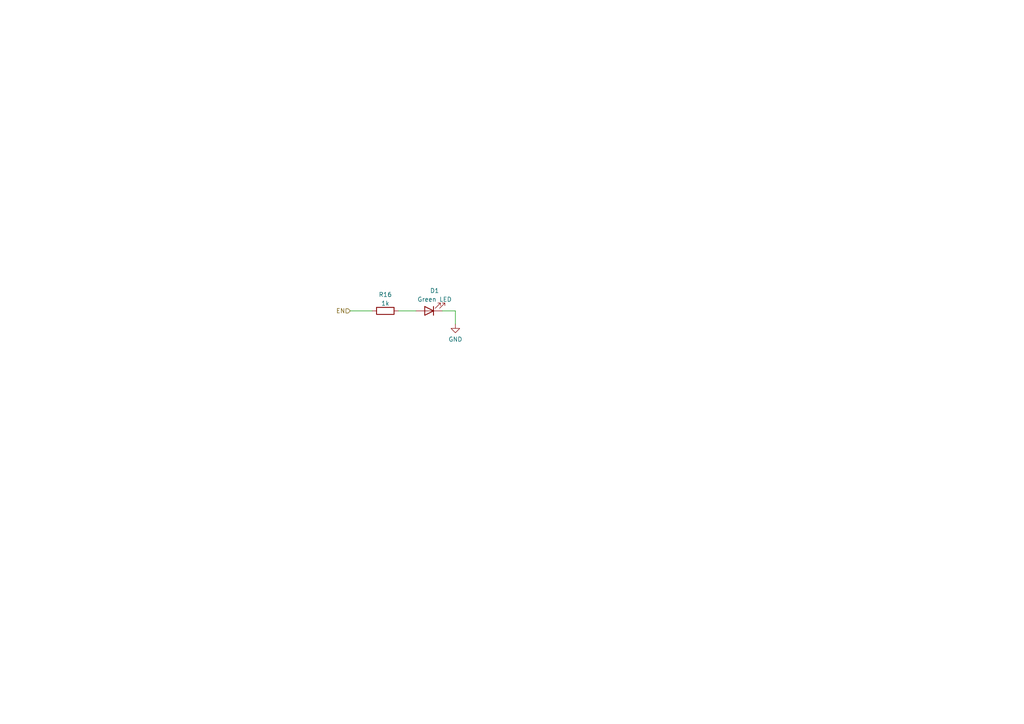
<source format=kicad_sch>
(kicad_sch (version 20211123) (generator eeschema)
  (paper "A4")
  (lib_symbols
    (symbol "Device:LED" (pin_numbers hide) (pin_names (offset 1.016) hide)
      (property "Reference" "D" (at 0 2.54 0))
      (property "Value" "LED" (at 0 -2.54 0))
      (symbol "LED_0_1"
        (polyline (pts (xy -1.27 -1.27) (xy -1.27 1.27)) (stroke (width 0.254)))
        (polyline (pts (xy -1.27 0) (xy 1.27 0)))
        (polyline (pts (xy 1.27 -1.27) (xy 1.27 1.27) (xy -1.27 0) (xy 1.27 -1.27)) (stroke (width 0.254)))
        (polyline (pts (xy -3.048 -0.762) (xy -4.572 -2.286) (xy -3.81 -2.286) (xy -4.572 -2.286) (xy -4.572 -1.524)))
        (polyline (pts (xy -1.778 -0.762) (xy -3.302 -2.286) (xy -2.54 -2.286) (xy -3.302 -2.286) (xy -3.302 -1.524)))
      )
      (symbol "LED_1_1"
        (pin passive line (at -3.81 0 0) (length 2.54) (name "K") (number "1"))
        (pin passive line (at 3.81 0 180) (length 2.54) (name "A") (number "2"))
      )
    )
    (symbol "Device:R" (pin_numbers hide) (pin_names (offset 0))
      (property "Reference" "R" (at 2.032 0 90))
      (property "Value" "R" (at 0 0 90))
      (symbol "R_0_1"
        (rectangle (start -1.016 -2.54) (end 1.016 2.54) (stroke (width 0.254)))
      )
      (symbol "R_1_1"
        (pin passive line (at 0 3.81 270) (length 1.27) (name "~") (number "1"))
        (pin passive line (at 0 -3.81 90) (length 1.27) (name "~") (number "2"))
      )
    )
    (symbol "power:GND" (power) (pin_names (offset 0))
      (property "Value" "GND" (at 0 -3.81 0))
      (symbol "GND_0_1"
        (polyline (pts (xy 0 0) (xy 0 -1.27) (xy 1.27 -1.27) (xy 0 -2.54) (xy -1.27 -1.27) (xy 0 -1.27)))
      )
      (symbol "GND_1_1"
        (pin power_in line (at 0 0 270) (length 0) hide (name "GND") (number "1"))
      )
    )
  )
  (wire (pts (xy 115.57 90.17) (xy 120.65 90.17)))
  (wire (pts (xy 101.6 90.17) (xy 107.95 90.17)))
  (wire (pts (xy 128.27 90.17) (xy 132.08 90.17)))
  (wire (pts (xy 132.08 90.17) (xy 132.08 93.98)))
  (hierarchical_label "EN" (shape input) (at 101.6 90.17 180))
  (symbol (lib_id "Device:R") (at 111.76 90.17 270) (unit 1)
    (property "Reference" "R16" (at 111.76 85.4542 90))
    (property "Value" "1k" (at 111.76 87.9911 90))
    (property "Footprint" "Resistor_SMD:R_0603_1608Metric" (effects hide))
    (property "Datasheet" "https://datasheet.lcsc.com/lcsc/2110252030_UNI-ROYAL-Uniroyal-Elec-0603WAF1001T5E_C21190.pdf" (effects hide))
    (property "LCSC" "C21190" (effects hide))
  )
  (symbol (lib_id "power:GND") (at 132.08 93.98 0) (unit 1)
    (property "Reference" "#PWR0126" (effects hide))
    (property "Value" "GND" (at 132.08 98.4234 0))
  )
  (symbol (lib_id "Device:LED") (at 124.46 90.17 180) (unit 1)
    (property "Reference" "D1" (at 126.0475 84.3112 0))
    (property "Value" "Green LED" (at 126.0475 86.8481 0))
    (property "Footprint" "LED_SMD:LED_0603_1608Metric" (effects hide))
    (property "Datasheet" "https://datasheet.lcsc.com/lcsc/1811101510_Everlight-Elec-19-217-GHC-YR1S2-3T_C72043.pdf" (effects hide))
    (property "LCSC" "C72043" (effects hide))
  )
)
</source>
